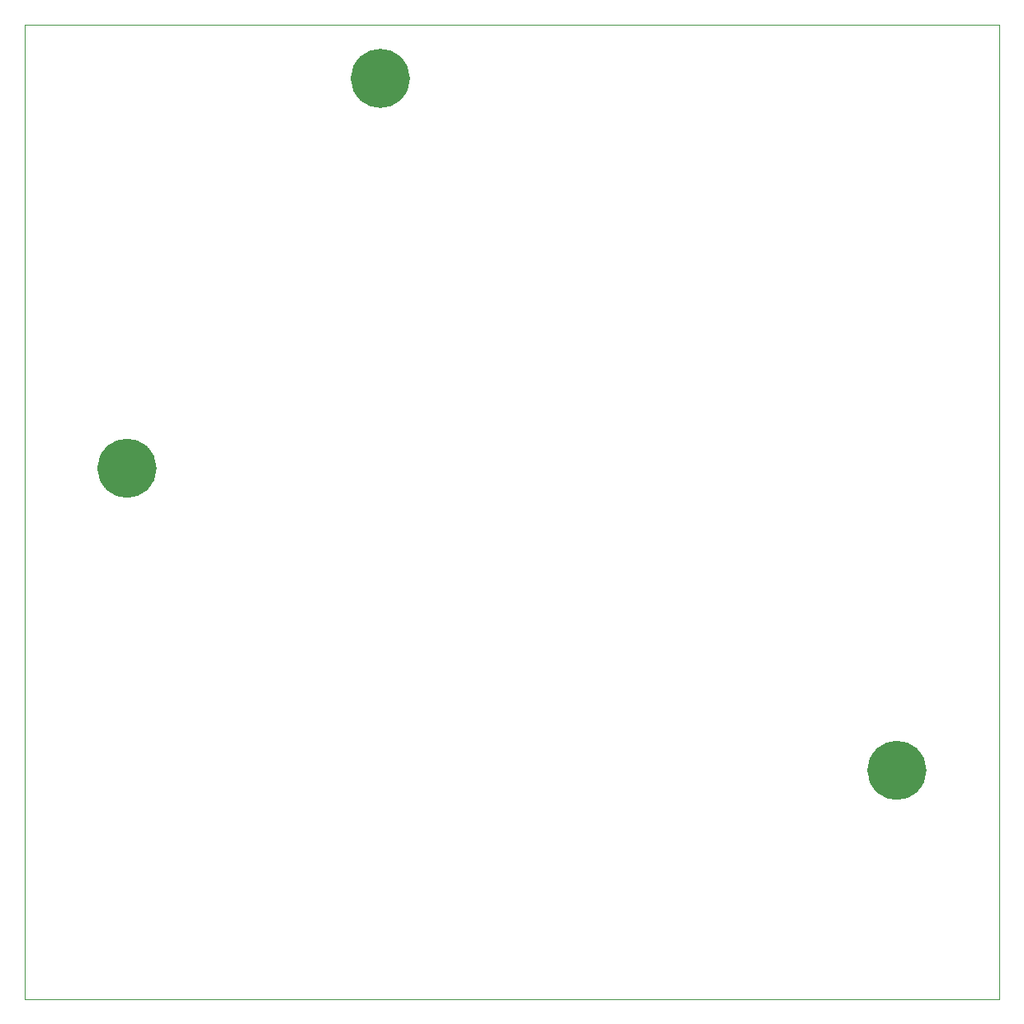
<source format=gm1>
%TF.GenerationSoftware,KiCad,Pcbnew,8.0.7*%
%TF.CreationDate,2025-01-14T10:08:52+01:00*%
%TF.ProjectId,pv_test_station,70765f74-6573-4745-9f73-746174696f6e,rev?*%
%TF.SameCoordinates,Original*%
%TF.FileFunction,Profile,NP*%
%FSLAX46Y46*%
G04 Gerber Fmt 4.6, Leading zero omitted, Abs format (unit mm)*
G04 Created by KiCad (PCBNEW 8.0.7) date 2025-01-14 10:08:52*
%MOMM*%
%LPD*%
G01*
G04 APERTURE LIST*
%TA.AperFunction,Profile*%
%ADD10C,3.025000*%
%TD*%
%TA.AperFunction,Profile*%
%ADD11C,0.050000*%
%TD*%
G04 APERTURE END LIST*
D10*
X108512500Y-58000000D02*
G75*
G02*
X105487500Y-58000000I-1512500J0D01*
G01*
X105487500Y-58000000D02*
G75*
G02*
X108512500Y-58000000I1512500J0D01*
G01*
X161512500Y-129000000D02*
G75*
G02*
X158487500Y-129000000I-1512500J0D01*
G01*
X158487500Y-129000000D02*
G75*
G02*
X161512500Y-129000000I1512500J0D01*
G01*
X82512500Y-98000000D02*
G75*
G02*
X79487500Y-98000000I-1512500J0D01*
G01*
X79487500Y-98000000D02*
G75*
G02*
X82512500Y-98000000I1512500J0D01*
G01*
D11*
X70500000Y-52500000D02*
X170500000Y-52500000D01*
X170500000Y-152500000D01*
X70500000Y-152500000D01*
X70500000Y-52500000D01*
M02*

</source>
